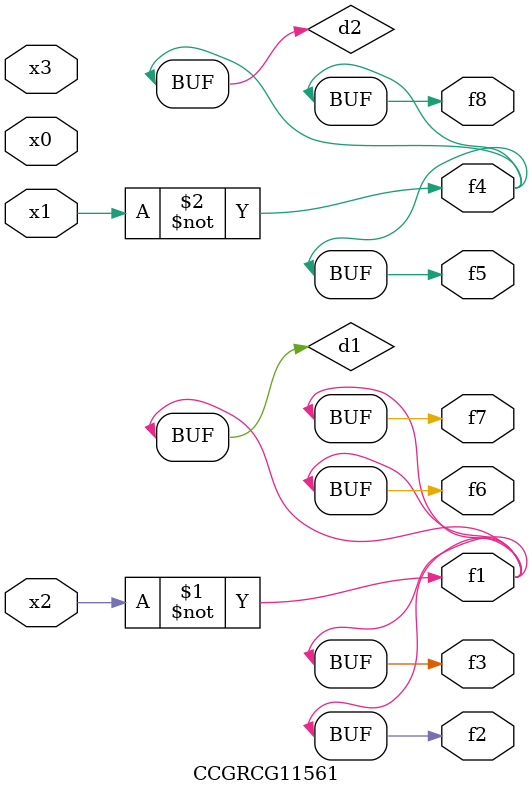
<source format=v>
module CCGRCG11561(
	input x0, x1, x2, x3,
	output f1, f2, f3, f4, f5, f6, f7, f8
);

	wire d1, d2;

	xnor (d1, x2);
	not (d2, x1);
	assign f1 = d1;
	assign f2 = d1;
	assign f3 = d1;
	assign f4 = d2;
	assign f5 = d2;
	assign f6 = d1;
	assign f7 = d1;
	assign f8 = d2;
endmodule

</source>
